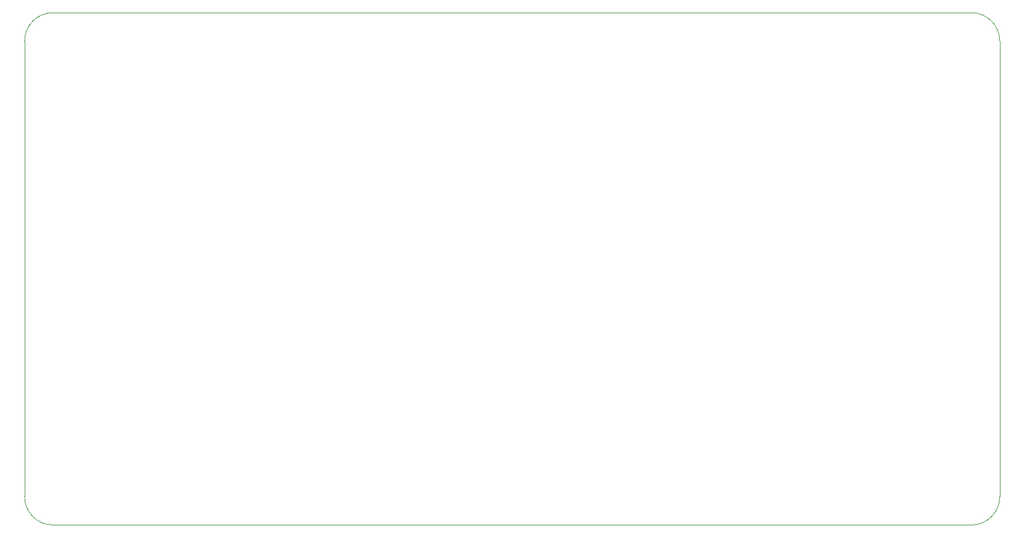
<source format=gm1>
G04 #@! TF.GenerationSoftware,KiCad,Pcbnew,8.0.5*
G04 #@! TF.CreationDate,2025-01-01T11:48:34+09:00*
G04 #@! TF.ProjectId,NERD-HPC,4e455244-2d48-4504-932e-6b696361645f,rev?*
G04 #@! TF.SameCoordinates,Original*
G04 #@! TF.FileFunction,Profile,NP*
%FSLAX46Y46*%
G04 Gerber Fmt 4.6, Leading zero omitted, Abs format (unit mm)*
G04 Created by KiCad (PCBNEW 8.0.5) date 2025-01-01 11:48:34*
%MOMM*%
%LPD*%
G01*
G04 APERTURE LIST*
G04 #@! TA.AperFunction,Profile*
%ADD10C,0.050000*%
G04 #@! TD*
G04 APERTURE END LIST*
D10*
X93000000Y-145000000D02*
G75*
G02*
X89000000Y-141000000I0J4000000D01*
G01*
X222000000Y-73000000D02*
X93000000Y-73000000D01*
X222000000Y-73000000D02*
G75*
G02*
X226000000Y-77000000I0J-4000000D01*
G01*
X89000000Y-77000000D02*
G75*
G02*
X93000000Y-73000000I4000000J0D01*
G01*
X226000000Y-141000000D02*
X226000000Y-77000000D01*
X93000000Y-145000000D02*
X222000000Y-145000000D01*
X89000000Y-77000000D02*
X89000000Y-141000000D01*
X226000000Y-141000000D02*
G75*
G02*
X222000000Y-145000000I-4000000J0D01*
G01*
M02*

</source>
